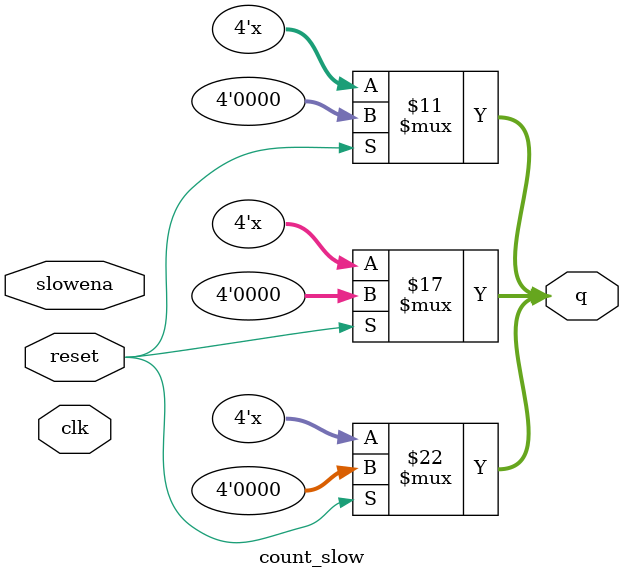
<source format=v>

module count_slow(
    input clk,
    input slowena,
    input reset,
    output reg [3:0] q);

// On the positive edge of the clock:
// if reset is high, reset the output q to 0. 
// Otherwise, only increment the output q if the ena input is high and q is not 9.

always #(2) begin
    if (reset) q <= 0;
    else if (slowena && q < 9) q <= q + 1;
end

// On the positive edge of the clock:
// if reset is low, reset the output q to 0. 
// Otherwise, only increment the output q if the ena input is high and q is not 9.

always #(2) begin
    if (reset) q <= 0;
    else if (slowena && q < 9) q <= q + 1;
    else q <= q + 2;
end

// On the positive edge of the clock:
// if reset is low, reset the output q to 0. 
// Otherwise, only increment the output q if the ena input is high and q is not 9.

always #(2) begin
    if (reset) q <= 0;
    end
endmodule

</source>
